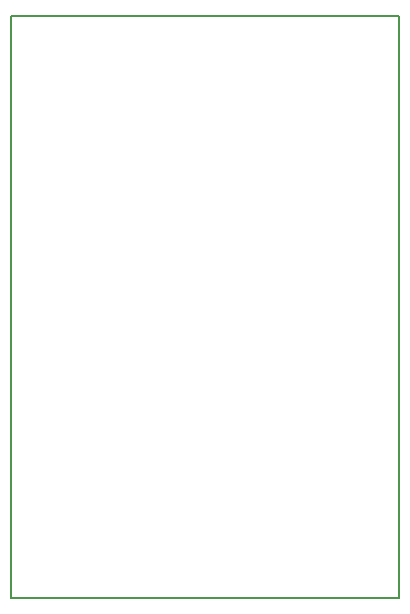
<source format=gm1>
G04 MADE WITH FRITZING*
G04 WWW.FRITZING.ORG*
G04 DOUBLE SIDED*
G04 HOLES PLATED*
G04 CONTOUR ON CENTER OF CONTOUR VECTOR*
%ASAXBY*%
%FSLAX23Y23*%
%MOIN*%
%OFA0B0*%
%SFA1.0B1.0*%
%ADD10R,1.302540X1.949940*%
%ADD11C,0.008000*%
%ADD10C,0.008*%
%LNCONTOUR*%
G90*
G70*
G54D10*
G54D11*
X4Y1946D02*
X1299Y1946D01*
X1299Y4D01*
X4Y4D01*
X4Y1946D01*
D02*
G04 End of contour*
M02*
</source>
